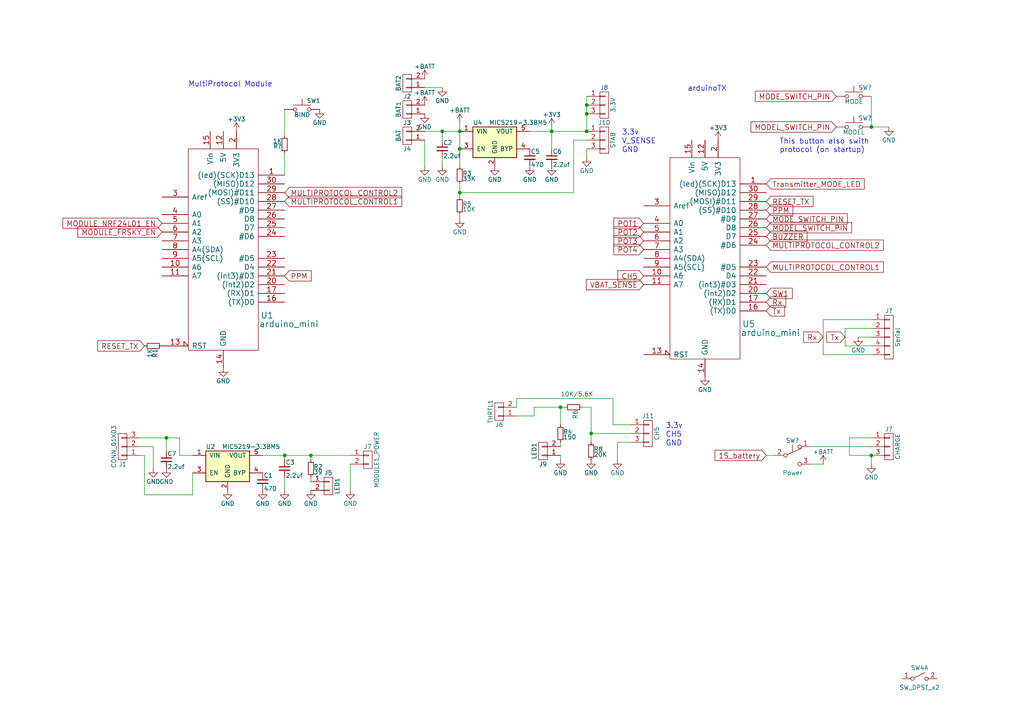
<source format=kicad_sch>
(kicad_sch (version 20230121) (generator eeschema)
  (paper "A4")
  (lib_symbols
    (symbol "MiniTx_Er9XR_PRO-rescue:+3V3" (power) (pin_names (offset 0))
      (property "Value" "+3V3" (at 0 3.556 0))
      (symbol "+3V3_0_1"
        (polyline (pts (xy -0.762 1.27) (xy 0 2.54)))
        (polyline (pts (xy 0 0) (xy 0 2.54)))
        (polyline (pts (xy 0 2.54) (xy 0.762 1.27)))
      )
      (symbol "+3V3_1_1"
        (pin power_in line (at 0 0 90) (length 0) hide (name "+3V3") (number "1"))
      )
    )
    (symbol "MiniTx_Er9XR_PRO-rescue:+BATT" (power) (pin_names (offset 0))
      (property "Value" "+BATT" (at 0 3.556 0))
      (symbol "+BATT_0_1"
        (polyline (pts (xy -0.762 1.27) (xy 0 2.54)))
        (polyline (pts (xy 0 0) (xy 0 2.54)))
        (polyline (pts (xy 0 2.54) (xy 0.762 1.27)))
      )
      (symbol "+BATT_1_1"
        (pin power_in line (at 0 0 90) (length 0) hide (name "+BATT") (number "1"))
      )
    )
    (symbol "MiniTx_Er9XR_PRO-rescue:CONN_01X02" (pin_names (offset 1.016) hide)
      (property "Reference" "J" (at 0 3.81 0))
      (property "Value" "CONN_01X02" (at 2.54 0 90))
      (symbol "CONN_01X02_0_1"
        (rectangle (start -1.27 -1.143) (end 0.254 -1.397))
        (rectangle (start -1.27 1.397) (end 0.254 1.143))
        (rectangle (start -1.27 2.54) (end 1.27 -2.54))
      )
      (symbol "CONN_01X02_1_1"
        (pin passive line (at -5.08 1.27 0) (length 3.81) (name "P1") (number "1"))
        (pin passive line (at -5.08 -1.27 0) (length 3.81) (name "P2") (number "2"))
      )
    )
    (symbol "MiniTx_Er9XR_PRO-rescue:CONN_01X03" (pin_names (offset 1.016) hide)
      (property "Reference" "J" (at 0 5.08 0))
      (property "Value" "CONN_01X03" (at 2.54 0 90))
      (symbol "CONN_01X03_0_1"
        (rectangle (start -1.27 -2.413) (end 0.254 -2.667))
        (rectangle (start -1.27 0.127) (end 0.254 -0.127))
        (rectangle (start -1.27 2.667) (end 0.254 2.413))
        (rectangle (start -1.27 3.81) (end 1.27 -3.81))
      )
      (symbol "CONN_01X03_1_1"
        (pin passive line (at -5.08 2.54 0) (length 3.81) (name "P1") (number "1"))
        (pin passive line (at -5.08 0 0) (length 3.81) (name "P2") (number "2"))
        (pin passive line (at -5.08 -2.54 0) (length 3.81) (name "P3") (number "3"))
      )
    )
    (symbol "MiniTx_Er9XR_PRO-rescue:CONN_01X05" (pin_names (offset 1.016) hide)
      (property "Reference" "J" (at 0 7.62 0))
      (property "Value" "CONN_01X05" (at 2.54 0 90))
      (symbol "CONN_01X05_0_1"
        (rectangle (start -1.27 -4.953) (end 0.254 -5.207))
        (rectangle (start -1.27 -2.413) (end 0.254 -2.667))
        (rectangle (start -1.27 0.127) (end 0.254 -0.127))
        (rectangle (start -1.27 2.667) (end 0.254 2.413))
        (rectangle (start -1.27 5.207) (end 0.254 4.953))
        (rectangle (start -1.27 6.35) (end 1.27 -6.35))
      )
      (symbol "CONN_01X05_1_1"
        (pin passive line (at -5.08 5.08 0) (length 3.81) (name "P1") (number "1"))
        (pin passive line (at -5.08 2.54 0) (length 3.81) (name "P2") (number "2"))
        (pin passive line (at -5.08 0 0) (length 3.81) (name "P3") (number "3"))
        (pin passive line (at -5.08 -2.54 0) (length 3.81) (name "P4") (number "4"))
        (pin passive line (at -5.08 -5.08 0) (length 3.81) (name "P5") (number "5"))
      )
    )
    (symbol "MiniTx_Er9XR_PRO-rescue:C_Small" (pin_numbers hide) (pin_names (offset 0.254) hide)
      (property "Reference" "C" (at 0.254 1.778 0))
      (property "Value" "C_Small" (at 0.254 -2.032 0))
      (symbol "C_Small_0_1"
        (polyline (pts (xy -1.524 -0.508) (xy 1.524 -0.508)) (stroke (width 0.3302)))
        (polyline (pts (xy -1.524 0.508) (xy 1.524 0.508)) (stroke (width 0.3048)))
      )
      (symbol "C_Small_1_1"
        (pin passive line (at 0 2.54 270) (length 2.032) (name "~") (number "1"))
        (pin passive line (at 0 -2.54 90) (length 2.032) (name "~") (number "2"))
      )
    )
    (symbol "MiniTx_Er9XR_PRO-rescue:GND" (power) (pin_names (offset 0))
      (property "Value" "GND" (at 0 -3.81 0))
      (symbol "GND_0_1"
        (polyline (pts (xy 0 0) (xy 0 -1.27) (xy 1.27 -1.27) (xy 0 -2.54) (xy -1.27 -1.27) (xy 0 -1.27)))
      )
      (symbol "GND_1_1"
        (pin power_in line (at 0 0 270) (length 0) hide (name "GND") (number "1"))
      )
    )
    (symbol "MiniTx_Er9XR_PRO-rescue:MIC5219-3.3BM5" (pin_names (offset 1.016))
      (property "Reference" "U" (at -6.35 5.08 0))
      (property "Value" "MIC5219-3.3BM5" (at 15.24 5.08 0))
      (symbol "MIC5219-3.3BM5_0_1"
        (rectangle (start -6.35 3.81) (end 6.35 -5.08) (stroke (width 0.254)) (fill (type background)))
      )
      (symbol "MIC5219-3.3BM5_1_1"
        (pin power_in line (at -10.16 2.54 0) (length 3.81) (name "VIN") (number "1"))
        (pin power_in line (at 0 -7.62 90) (length 2.54) (name "GND") (number "2"))
        (pin input line (at -10.16 -2.54 0) (length 3.81) (name "EN") (number "3"))
        (pin bidirectional line (at 10.16 -2.54 180) (length 3.81) (name "BYP") (number "4"))
        (pin power_out line (at 10.16 2.54 180) (length 3.81) (name "VOUT") (number "5"))
      )
    )
    (symbol "MiniTx_Er9XR_PRO-rescue:R_Small" (pin_numbers hide) (pin_names (offset 0.254) hide)
      (property "Reference" "R" (at 0.762 0.508 0))
      (property "Value" "R_Small" (at 0.762 -1.016 0))
      (symbol "R_Small_0_1"
        (rectangle (start -0.762 1.778) (end 0.762 -1.778) (stroke (width 0.2032)))
      )
      (symbol "R_Small_1_1"
        (pin passive line (at 0 2.54 270) (length 0.762) (name "~") (number "1"))
        (pin passive line (at 0 -2.54 90) (length 0.762) (name "~") (number "2"))
      )
    )
    (symbol "Switches:SW_DPST_x2" (pin_names (offset 0) hide)
      (property "Reference" "SW" (at 0 3.175 0))
      (property "Value" "SW_DPST_x2" (at 0 -2.54 0))
      (symbol "SW_DPST_x2_0_0"
        (circle (center -2.032 0) (radius 0.508))
        (polyline (pts (xy -1.524 0.254) (xy 1.524 1.778)))
        (circle (center 2.032 0) (radius 0.508))
      )
      (symbol "SW_DPST_x2_1_1"
        (pin input line (at -5.08 0 0) (length 2.54) (name "A") (number "1"))
        (pin input line (at 5.08 0 180) (length 2.54) (name "B") (number "2"))
      )
      (symbol "SW_DPST_x2_2_1"
        (pin input line (at -5.08 0 0) (length 2.54) (name "A") (number "3"))
        (pin input line (at 5.08 0 180) (length 2.54) (name "B") (number "4"))
      )
    )
    (symbol "Switches:SW_Push" (pin_numbers hide) (pin_names (offset 1.016) hide)
      (property "Reference" "SW" (at 1.27 2.54 0))
      (property "Value" "SW_Push" (at 0 -1.524 0))
      (symbol "SW_Push_0_1"
        (circle (center -2.032 0) (radius 0.508))
        (polyline (pts (xy 0 1.27) (xy 0 3.048)))
        (polyline (pts (xy 2.54 1.27) (xy -2.54 1.27)))
        (circle (center 2.032 0) (radius 0.508))
        (pin passive line (at -5.08 0 0) (length 2.54) (name "1") (number "1"))
        (pin passive line (at 5.08 0 180) (length 2.54) (name "2") (number "2"))
      )
    )
    (symbol "Switches:SW_Push_SPDT" (pin_names (offset 0) hide)
      (property "Reference" "SW" (at 0 4.318 0))
      (property "Value" "SW_Push_SPDT" (at 0 -5.08 0))
      (symbol "SW_Push_SPDT_0_0"
        (circle (center -2.032 0) (radius 0.508))
        (polyline (pts (xy 0 1.016) (xy 0 3.048)))
        (circle (center 2.032 -2.54) (radius 0.508))
      )
      (symbol "SW_Push_SPDT_0_1"
        (polyline (pts (xy -1.524 0.254) (xy 2.54 2.032)))
        (circle (center 2.032 2.54) (radius 0.508))
      )
      (symbol "SW_Push_SPDT_1_1"
        (pin passive line (at 5.08 2.54 180) (length 2.54) (name "A") (number "1"))
        (pin passive line (at -5.08 0 0) (length 2.54) (name "B") (number "2"))
        (pin passive line (at 5.08 -2.54 180) (length 2.54) (name "C") (number "3"))
      )
    )
    (symbol "atmega328:arduino_mini" (pin_names (offset 1.016))
      (property "Reference" "U" (at 12.7 -24.13 0))
      (property "Value" "arduino_mini" (at 19.05 -26.67 0))
      (property "Footprint" "DIL20" (at 0 -1.27 0))
      (symbol "arduino_mini_0_0"
        (pin power_in line (at 0 -39.37 90) (length 5.08) (name "GND") (number "14"))
        (pin power_in line (at -3.81 29.21 270) (length 5.08) (name "Vin") (number "15"))
      )
      (symbol "arduino_mini_0_1"
        (rectangle (start -10.16 24.13) (end 10.16 -34.29))
      )
      (symbol "arduino_mini_1_1"
        (pin input line (at 17.78 16.51 180) (length 7.62) (name "(led)(SCK)D13") (number "1"))
        (pin bidirectional line (at -17.78 -10.16 0) (length 7.62) (name "A6") (number "10"))
        (pin bidirectional line (at -17.78 -12.7 0) (length 7.62) (name "A7") (number "11"))
        (pin power_out line (at 0 29.21 270) (length 5.08) (name "5V") (number "12"))
        (pin input input_low (at -17.78 -33.02 0) (length 7.62) (name "RST") (number "13"))
        (pin bidirectional line (at 17.78 -20.32 180) (length 7.62) (name "(TX)D0") (number "16"))
        (pin bidirectional line (at 17.78 -17.78 180) (length 7.62) (name "(RX)D1") (number "17"))
        (pin input input_low (at -17.78 -30.48 0) (length 7.62) hide (name "RST") (number "18"))
        (pin power_in line (at 2.54 -39.37 90) (length 5.08) hide (name "GND") (number "19"))
        (pin power_out line (at 3.81 29.21 270) (length 5.08) (name "3V3") (number "2"))
        (pin bidirectional line (at 17.78 -15.24 180) (length 7.62) (name "(int2)D2") (number "20"))
        (pin bidirectional line (at 17.78 -12.7 180) (length 7.62) (name "(int3)#D3") (number "21"))
        (pin bidirectional line (at 17.78 -10.16 180) (length 7.62) (name "D4") (number "22"))
        (pin bidirectional line (at 17.78 -7.62 180) (length 7.62) (name "#D5") (number "23"))
        (pin bidirectional line (at 17.78 -1.27 180) (length 7.62) (name "#D6") (number "24"))
        (pin bidirectional line (at 17.78 1.27 180) (length 7.62) (name "D7") (number "25"))
        (pin bidirectional line (at 17.78 3.81 180) (length 7.62) (name "D8") (number "26"))
        (pin bidirectional line (at 17.78 6.35 180) (length 7.62) (name "#D9") (number "27"))
        (pin bidirectional line (at 17.78 8.89 180) (length 7.62) (name "(SS)#D10") (number "28"))
        (pin bidirectional line (at 17.78 11.43 180) (length 7.62) (name "(MOSI)#D11") (number "29"))
        (pin input line (at -17.78 10.16 0) (length 7.62) (name "Aref") (number "3"))
        (pin bidirectional line (at 17.78 13.97 180) (length 7.62) (name "(MISO)D12") (number "30"))
        (pin bidirectional line (at -17.78 5.08 0) (length 7.62) (name "A0") (number "4"))
        (pin bidirectional line (at -17.78 2.54 0) (length 7.62) (name "A1") (number "5"))
        (pin bidirectional line (at -17.78 0 0) (length 7.62) (name "A2") (number "6"))
        (pin bidirectional line (at -17.78 -2.54 0) (length 7.62) (name "A3") (number "7"))
        (pin bidirectional line (at -17.78 -5.08 0) (length 7.62) (name "A4(SDA)") (number "8"))
        (pin bidirectional line (at -17.78 -7.62 0) (length 7.62) (name "A5(SCL)") (number "9"))
      )
    )
  )
  (junction (at 128.27 38.1))
  (junction (at 90.17 132.08))
  (junction (at 252.73 36.83))
  (junction (at 48.26 127))
  (junction (at 252.73 132.08))
  (junction (at 133.35 38.1))
  (junction (at 82.55 132.08))
  (junction (at 170.18 30.48))
  (junction (at 133.35 55.88))
  (junction (at 160.02 38.1))
  (junction (at 171.45 125.73))
  (junction (at 170.18 33.02))
  (junction (at 133.35 43.18))
  (junction (at 170.18 38.1))
  (junction (at 162.56 118.11))
  (wire (pts (xy 44.45 129.54) (xy 40.64 129.54)))
  (wire (pts (xy 40.64 132.08) (xy 41.91 132.08)))
  (wire (pts (xy 154.94 118.11) (xy 162.56 118.11)))
  (wire (pts (xy 252.73 127) (xy 246.38 127)))
  (wire (pts (xy 179.07 128.27) (xy 179.07 133.35)))
  (wire (pts (xy 128.27 38.1) (xy 133.35 38.1)))
  (wire (pts (xy 170.18 40.64) (xy 166.37 40.64)))
  (wire (pts (xy 246.38 127) (xy 246.38 132.08)))
  (wire (pts (xy 222.25 132.08) (xy 224.79 132.08)))
  (wire (pts (xy 82.55 133.35) (xy 82.55 132.08)))
  (wire (pts (xy 101.6 134.62) (xy 101.6 142.24)))
  (wire (pts (xy 238.76 102.87) (xy 252.73 102.87)))
  (wire (pts (xy 133.35 38.1) (xy 133.35 43.18)))
  (wire (pts (xy 48.26 127) (xy 52.07 127)))
  (wire (pts (xy 170.18 38.1) (xy 160.02 38.1)))
  (wire (pts (xy 52.07 132.08) (xy 55.88 132.08)))
  (wire (pts (xy 252.73 36.83) (xy 257.81 36.83)))
  (wire (pts (xy 82.55 44.45) (xy 82.55 50.8)))
  (wire (pts (xy 55.88 143.51) (xy 55.88 137.16)))
  (wire (pts (xy 123.19 38.1) (xy 128.27 38.1)))
  (wire (pts (xy 166.37 40.64) (xy 166.37 55.88)))
  (wire (pts (xy 133.35 35.56) (xy 133.35 38.1)))
  (wire (pts (xy 44.45 129.54) (xy 44.45 135.89)))
  (wire (pts (xy 133.35 43.18) (xy 133.35 48.26)))
  (wire (pts (xy 252.73 27.94) (xy 252.73 36.83)))
  (wire (pts (xy 41.91 143.51) (xy 55.88 143.51)))
  (wire (pts (xy 128.27 38.1) (xy 128.27 40.64)))
  (wire (pts (xy 82.55 142.24) (xy 82.55 138.43)))
  (wire (pts (xy 160.02 36.83) (xy 160.02 38.1)))
  (wire (pts (xy 90.17 133.35) (xy 90.17 132.08)))
  (wire (pts (xy 160.02 38.1) (xy 160.02 43.18)))
  (wire (pts (xy 171.45 125.73) (xy 171.45 128.27)))
  (wire (pts (xy 170.18 33.02) (xy 170.18 38.1)))
  (wire (pts (xy 162.56 118.11) (xy 163.83 118.11)))
  (wire (pts (xy 40.64 127) (xy 48.26 127)))
  (wire (pts (xy 128.27 25.4) (xy 123.19 25.4)))
  (wire (pts (xy 82.55 132.08) (xy 90.17 132.08)))
  (wire (pts (xy 162.56 118.11) (xy 162.56 123.19)))
  (wire (pts (xy 48.26 130.81) (xy 48.26 127)))
  (wire (pts (xy 166.37 55.88) (xy 133.35 55.88)))
  (wire (pts (xy 162.56 133.35) (xy 162.56 132.08)))
  (wire (pts (xy 149.86 120.65) (xy 154.94 120.65)))
  (wire (pts (xy 149.86 115.57) (xy 177.8 115.57)))
  (wire (pts (xy 154.94 120.65) (xy 154.94 118.11)))
  (wire (pts (xy 123.19 40.64) (xy 123.19 48.26)))
  (wire (pts (xy 171.45 125.73) (xy 182.88 125.73)))
  (wire (pts (xy 160.02 38.1) (xy 153.67 38.1)))
  (wire (pts (xy 177.8 115.57) (xy 177.8 123.19)))
  (wire (pts (xy 252.73 132.08) (xy 252.73 134.62)))
  (wire (pts (xy 170.18 30.48) (xy 170.18 33.02)))
  (wire (pts (xy 238.76 92.71) (xy 252.73 92.71)))
  (wire (pts (xy 252.73 97.79) (xy 248.92 97.79)))
  (wire (pts (xy 76.2 132.08) (xy 82.55 132.08)))
  (wire (pts (xy 170.18 43.18) (xy 170.18 45.72)))
  (wire (pts (xy 90.17 132.08) (xy 101.6 132.08)))
  (wire (pts (xy 133.35 63.5) (xy 133.35 62.23)))
  (wire (pts (xy 177.8 123.19) (xy 182.88 123.19)))
  (wire (pts (xy 170.18 27.94) (xy 170.18 30.48)))
  (wire (pts (xy 133.35 53.34) (xy 133.35 55.88)))
  (wire (pts (xy 41.91 132.08) (xy 41.91 143.51)))
  (wire (pts (xy 182.88 128.27) (xy 179.07 128.27)))
  (wire (pts (xy 133.35 55.88) (xy 133.35 57.15)))
  (wire (pts (xy 52.07 127) (xy 52.07 132.08)))
  (wire (pts (xy 234.95 134.62) (xy 238.76 134.62)))
  (wire (pts (xy 82.55 39.37) (xy 82.55 31.75)))
  (wire (pts (xy 234.95 129.54) (xy 252.73 129.54)))
  (wire (pts (xy 245.11 100.33) (xy 252.73 100.33)))
  (wire (pts (xy 238.76 92.71) (xy 238.76 102.87)))
  (wire (pts (xy 171.45 118.11) (xy 171.45 125.73)))
  (wire (pts (xy 246.38 132.08) (xy 252.73 132.08)))
  (wire (pts (xy 252.73 95.25) (xy 245.11 95.25)))
  (wire (pts (xy 128.27 45.72) (xy 128.27 48.26)))
  (wire (pts (xy 245.11 95.25) (xy 245.11 100.33)))
  (wire (pts (xy 162.56 129.54) (xy 162.56 128.27)))
  (wire (pts (xy 168.91 118.11) (xy 171.45 118.11)))
  (wire (pts (xy 149.86 115.57) (xy 149.86 118.11)))
  (wire (pts (xy 90.17 139.7) (xy 90.17 138.43)))
  (text "MultiProtocol Module" (at 54.61 25.4 0) (effects (font (size 1.524 1.524)) (justify left bottom)))
  (text "CH5" (at 193.04 127 0) (effects (font (size 1.524 1.524)) (justify left bottom)))
  (text "3.3v" (at 193.04 124.46 0) (effects (font (size 1.524 1.524)) (justify left bottom)))
  (text "This button also swith \nprotocol (on startup)" (at 226.06 44.45 0) (effects (font (size 1.524 1.524)) (justify left bottom)))
  (text "GND" (at 180.34 44.45 0) (effects (font (size 1.524 1.524)) (justify left bottom)))
  (text "V_SENSE" (at 180.34 41.91 0) (effects (font (size 1.524 1.524)) (justify left bottom)))
  (text "3.3v" (at 180.34 39.37 0) (effects (font (size 1.524 1.524)) (justify left bottom)))
  (text "GND" (at 193.04 129.54 0) (effects (font (size 1.524 1.524)) (justify left bottom)))
  (text "arduinoTX\n" (at 199.39 26.67 0) (effects (font (size 1.524 1.524)) (justify left bottom)))
  (global_label "Rx" (shape input) (at 238.76 97.79 180) (effects (font (size 1.524 1.524))) (property "Intersheetrefs" "${INTERSHEET_REFS}" (effects hide)))
  (global_label "1S_battery" (shape input) (at 222.25 132.08 180) (effects (font (size 1.524 1.524))) (property "Intersheetrefs" "${INTERSHEET_REFS}" (effects hide)))
  (global_label "Tx" (shape input) (at 245.11 97.79 180) (effects (font (size 1.524 1.524))) (property "Intersheetrefs" "${INTERSHEET_REFS}" (effects hide)))
  (global_label "MODE_SWITCH_PIN" (shape input) (at 242.57 27.94 180) (effects (font (size 1.524 1.524))) (property "Intersheetrefs" "${INTERSHEET_REFS}" (effects hide)))
  (global_label "BUZZER" (shape input) (at 222.25 68.58 0) (effects (font (size 1.524 1.524))) (property "Intersheetrefs" "${INTERSHEET_REFS}" (effects hide)))
  (global_label "MODULE_FRSKY_EN" (shape input) (at 46.99 67.31 180) (effects (font (size 1.524 1.524))) (property "Intersheetrefs" "${INTERSHEET_REFS}" (effects hide)))
  (global_label "CH5" (shape input) (at 186.69 80.01 180) (effects (font (size 1.524 1.524))) (property "Intersheetrefs" "${INTERSHEET_REFS}" (effects hide)))
  (global_label "MULTIPROTOCOL_CONTROL1" (shape input) (at 82.55 58.42 0) (effects (font (size 1.524 1.524))) (property "Intersheetrefs" "${INTERSHEET_REFS}" (effects hide)))
  (global_label "MULTIPROTOCOL_CONTROL1" (shape input) (at 222.25 77.47 0) (effects (font (size 1.524 1.524))) (property "Intersheetrefs" "${INTERSHEET_REFS}" (effects hide)))
  (global_label "RESET_TX" (shape input) (at 41.91 100.33 180) (effects (font (size 1.524 1.524))) (property "Intersheetrefs" "${INTERSHEET_REFS}" (effects hide)))
  (global_label "MULTIPROTOCOL_CONTROL2" (shape input) (at 222.25 71.12 0) (effects (font (size 1.524 1.524))) (property "Intersheetrefs" "${INTERSHEET_REFS}" (effects hide)))
  (global_label "MODE_SWITCH_PIN" (shape input) (at 222.25 63.5 0) (effects (font (size 1.524 1.524))) (property "Intersheetrefs" "${INTERSHEET_REFS}" (effects hide)))
  (global_label "MULTIPROTOCOL_CONTROL2" (shape input) (at 82.55 55.88 0) (effects (font (size 1.524 1.524))) (property "Intersheetrefs" "${INTERSHEET_REFS}" (effects hide)))
  (global_label "POT2" (shape input) (at 186.69 67.31 180) (effects (font (size 1.524 1.524))) (property "Intersheetrefs" "${INTERSHEET_REFS}" (effects hide)))
  (global_label "MODEL_SWITCH_PIN" (shape input) (at 242.57 36.83 180) (effects (font (size 1.524 1.524))) (property "Intersheetrefs" "${INTERSHEET_REFS}" (effects hide)))
  (global_label "POT3" (shape input) (at 186.69 69.85 180) (effects (font (size 1.524 1.524))) (property "Intersheetrefs" "${INTERSHEET_REFS}" (effects hide)))
  (global_label "POT1" (shape input) (at 186.69 64.77 180) (effects (font (size 1.524 1.524))) (property "Intersheetrefs" "${INTERSHEET_REFS}" (effects hide)))
  (global_label "MODULE_NRF24L01_EN" (shape input) (at 46.99 64.77 180) (effects (font (size 1.524 1.524))) (property "Intersheetrefs" "${INTERSHEET_REFS}" (effects hide)))
  (global_label "RESET_TX" (shape input) (at 222.25 58.42 0) (effects (font (size 1.524 1.524))) (property "Intersheetrefs" "${INTERSHEET_REFS}" (effects hide)))
  (global_label "PPM" (shape input) (at 82.55 80.01 0) (effects (font (size 1.524 1.524))) (property "Intersheetrefs" "${INTERSHEET_REFS}" (effects hide)))
  (global_label "Tx" (shape input) (at 222.25 90.17 0) (effects (font (size 1.524 1.524))) (property "Intersheetrefs" "${INTERSHEET_REFS}" (effects hide)))
  (global_label "PPM" (shape input) (at 222.25 60.96 0) (effects (font (size 1.524 1.524))) (property "Intersheetrefs" "${INTERSHEET_REFS}" (effects hide)))
  (global_label "POT4" (shape input) (at 186.69 72.39 180) (effects (font (size 1.524 1.524))) (property "Intersheetrefs" "${INTERSHEET_REFS}" (effects hide)))
  (global_label "SW1" (shape input) (at 222.25 85.09 0) (effects (font (size 1.524 1.524))) (property "Intersheetrefs" "${INTERSHEET_REFS}" (effects hide)))
  (global_label "VBAT_SENSE" (shape input) (at 186.69 82.55 180) (effects (font (size 1.524 1.524))) (property "Intersheetrefs" "${INTERSHEET_REFS}" (effects hide)))
  (global_label "MODEL_SWITCH_PIN" (shape input) (at 222.25 66.04 0) (effects (font (size 1.524 1.524))) (property "Intersheetrefs" "${INTERSHEET_REFS}" (effects hide)))
  (global_label "Transmitter_MODE_LED" (shape input) (at 222.25 53.34 0) (effects (font (size 1.524 1.524))) (property "Intersheetrefs" "${INTERSHEET_REFS}" (effects hide)))
  (global_label "Rx" (shape input) (at 222.25 87.63 0) (effects (font (size 1.524 1.524))) (property "Intersheetrefs" "${INTERSHEET_REFS}" (effects hide)))
  (symbol (lib_id "atmega328:arduino_mini") (at 64.77 67.31 0) (unit 1)
    (property "Reference" "U1" (at 77.47 91.44 0) (effects (font (size 1.778 1.778))))
    (property "Value" "arduino_mini" (at 83.82 93.98 0) (effects (font (size 1.778 1.778))))
  )
  (symbol (lib_id "atmega328:arduino_mini") (at 204.47 69.85 0) (unit 1)
    (property "Reference" "U5" (at 217.17 93.98 0) (effects (font (size 1.778 1.778))))
    (property "Value" "arduino_mini" (at 223.52 96.52 0) (effects (font (size 1.778 1.778))))
  )
  (symbol (lib_id "MiniTx_Er9XR_PRO-rescue:+3V3") (at 160.02 36.83 0) (unit 1)
    (property "Reference" "#PWR01" (effects hide))
    (property "Value" "+3V3" (at 160.02 33.274 0))
  )
  (symbol (lib_id "Switches:SW_DPST_x2") (at 266.7 196.85 0) (unit 1)
    (property "Reference" "SW4" (at 266.7 193.675 0))
    (property "Value" "SW_DPST_x2" (at 266.7 199.39 0))
  )
  (symbol (lib_id "MiniTx_Er9XR_PRO-rescue:R_Small") (at 171.45 130.81 0) (unit 1)
    (property "Reference" "R8" (at 172.212 130.302 0) (effects (justify left)))
    (property "Value" "20K" (at 172.212 131.826 0) (effects (justify left)))
    (property "Footprint" "Resistors_SMD:R_0603_HandSoldering" (effects hide))
  )
  (symbol (lib_id "MiniTx_Er9XR_PRO-rescue:GND") (at 171.45 133.35 0) (unit 1)
    (property "Reference" "#PWR02" (effects hide))
    (property "Value" "GND" (at 171.45 137.16 0))
  )
  (symbol (lib_id "MiniTx_Er9XR_PRO-rescue:R_Small") (at 166.37 118.11 270) (unit 1)
    (property "Reference" "R6" (at 166.878 118.872 0) (effects (justify left)))
    (property "Value" "10K/5.6K" (at 162.56 114.3 90) (effects (justify left)))
    (property "Footprint" "Resistors_SMD:R_0603_HandSoldering" (effects hide))
  )
  (symbol (lib_id "MiniTx_Er9XR_PRO-rescue:GND") (at 66.04 142.24 0) (unit 1)
    (property "Reference" "#PWR03" (effects hide))
    (property "Value" "GND" (at 66.04 146.05 0))
  )
  (symbol (lib_id "MiniTx_Er9XR_PRO-rescue:GND") (at 90.17 142.24 0) (unit 1)
    (property "Reference" "#PWR04" (effects hide))
    (property "Value" "GND" (at 90.17 146.05 0))
  )
  (symbol (lib_id "MiniTx_Er9XR_PRO-rescue:R_Small") (at 90.17 135.89 0) (unit 1)
    (property "Reference" "R2" (at 90.932 135.382 0) (effects (justify left)))
    (property "Value" "39" (at 90.932 136.906 0) (effects (justify left)))
    (property "Footprint" "Resistors_SMD:R_0603_HandSoldering" (effects hide))
  )
  (symbol (lib_id "MiniTx_Er9XR_PRO-rescue:GND") (at 64.77 106.68 0) (unit 1)
    (property "Reference" "#PWR05" (effects hide))
    (property "Value" "GND" (at 64.77 110.49 0))
  )
  (symbol (lib_id "MiniTx_Er9XR_PRO-rescue:GND") (at 204.47 109.22 0) (unit 1)
    (property "Reference" "#PWR06" (effects hide))
    (property "Value" "GND" (at 204.47 113.03 0))
  )
  (symbol (lib_id "MiniTx_Er9XR_PRO-rescue:+3V3") (at 208.28 40.64 0) (unit 1)
    (property "Reference" "#PWR07" (effects hide))
    (property "Value" "+3V3" (at 208.28 37.084 0))
  )
  (symbol (lib_id "MiniTx_Er9XR_PRO-rescue:+3V3") (at 68.58 38.1 0) (unit 1)
    (property "Reference" "#PWR08" (effects hide))
    (property "Value" "+3V3" (at 68.58 34.544 0))
  )
  (symbol (lib_id "Switches:SW_Push") (at 87.63 31.75 0) (unit 1)
    (property "Reference" "SW1" (at 88.9 29.21 0) (effects (justify left)))
    (property "Value" "BIND" (at 87.63 33.274 0))
  )
  (symbol (lib_id "MiniTx_Er9XR_PRO-rescue:GND") (at 92.71 31.75 0) (unit 1)
    (property "Reference" "#PWR09" (effects hide))
    (property "Value" "GND" (at 92.71 35.56 0))
  )
  (symbol (lib_id "MiniTx_Er9XR_PRO-rescue:R_Small") (at 44.45 100.33 270) (unit 1)
    (property "Reference" "R1" (at 44.958 101.092 0) (effects (justify left)))
    (property "Value" "1K" (at 43.434 101.092 0) (effects (justify left)))
  )
  (symbol (lib_id "MiniTx_Er9XR_PRO-rescue:MIC5219-3.3BM5") (at 66.04 134.62 0) (unit 1)
    (property "Reference" "U2" (at 59.69 129.54 0) (effects (justify left)))
    (property "Value" "MIC5219-3.3BM5" (at 81.28 129.54 0) (effects (justify right)))
    (property "Footprint" "TO_SOT_Packages_SMD:SOT-23-5" (effects hide))
  )
  (symbol (lib_id "MiniTx_Er9XR_PRO-rescue:C_Small") (at 76.2 139.7 0) (unit 1)
    (property "Reference" "C1" (at 76.454 137.922 0) (effects (justify left)))
    (property "Value" "470" (at 76.454 141.732 0) (effects (justify left)))
    (property "Footprint" "Capacitors_SMD:C_0603_HandSoldering" (effects hide))
  )
  (symbol (lib_id "MiniTx_Er9XR_PRO-rescue:GND") (at 76.2 142.24 0) (unit 1)
    (property "Reference" "#PWR010" (effects hide))
    (property "Value" "GND" (at 76.2 146.05 0))
  )
  (symbol (lib_id "MiniTx_Er9XR_PRO-rescue:C_Small") (at 82.55 135.89 0) (unit 1)
    (property "Reference" "C3" (at 82.804 134.112 0) (effects (justify left)))
    (property "Value" "2.2uf" (at 82.804 137.922 0) (effects (justify left)))
    (property "Footprint" "Capacitors_SMD:C_0603_HandSoldering" (effects hide))
  )
  (symbol (lib_id "MiniTx_Er9XR_PRO-rescue:GND") (at 82.55 142.24 0) (unit 1)
    (property "Reference" "#PWR011" (effects hide))
    (property "Value" "GND" (at 82.55 146.05 0))
  )
  (symbol (lib_id "MiniTx_Er9XR_PRO-rescue:GND") (at 143.51 48.26 0) (unit 1)
    (property "Reference" "#PWR012" (effects hide))
    (property "Value" "GND" (at 143.51 52.07 0))
  )
  (symbol (lib_id "MiniTx_Er9XR_PRO-rescue:MIC5219-3.3BM5") (at 143.51 40.64 0) (unit 1)
    (property "Reference" "U4" (at 137.16 35.56 0) (effects (justify left)))
    (property "Value" "MIC5219-3.3BM5" (at 158.75 35.56 0) (effects (justify right)))
    (property "Footprint" "TO_SOT_Packages_SMD:SOT-23-5" (effects hide))
  )
  (symbol (lib_id "MiniTx_Er9XR_PRO-rescue:+BATT") (at 133.35 35.56 0) (unit 1)
    (property "Reference" "#PWR013" (effects hide))
    (property "Value" "+BATT" (at 133.35 32.004 0))
  )
  (symbol (lib_id "MiniTx_Er9XR_PRO-rescue:C_Small") (at 153.67 45.72 0) (unit 1)
    (property "Reference" "C5" (at 153.924 43.942 0) (effects (justify left)))
    (property "Value" "470" (at 153.924 47.752 0) (effects (justify left)))
    (property "Footprint" "Capacitors_SMD:C_0603_HandSoldering" (effects hide))
  )
  (symbol (lib_id "MiniTx_Er9XR_PRO-rescue:GND") (at 153.67 48.26 0) (unit 1)
    (property "Reference" "#PWR014" (effects hide))
    (property "Value" "GND" (at 153.67 52.07 0))
  )
  (symbol (lib_id "MiniTx_Er9XR_PRO-rescue:C_Small") (at 160.02 45.72 0) (unit 1)
    (property "Reference" "C6" (at 160.274 43.942 0) (effects (justify left)))
    (property "Value" "2.2uf" (at 160.274 47.752 0) (effects (justify left)))
    (property "Footprint" "Capacitors_SMD:C_0603_HandSoldering" (effects hide))
  )
  (symbol (lib_id "MiniTx_Er9XR_PRO-rescue:GND") (at 160.02 48.26 0) (unit 1)
    (property "Reference" "#PWR015" (effects hide))
    (property "Value" "GND" (at 160.02 52.07 0))
  )
  (symbol (lib_id "MiniTx_Er9XR_PRO-rescue:CONN_01X02") (at 95.25 140.97 0) (unit 1)
    (property "Reference" "J5" (at 95.25 137.16 0))
    (property "Value" "LED1" (at 97.79 140.97 90))
    (property "Footprint" "Connectors:PINHEAD1-2" (effects hide))
  )
  (symbol (lib_id "MiniTx_Er9XR_PRO-rescue:CONN_01X02") (at 157.48 130.81 180) (unit 1)
    (property "Reference" "J9" (at 157.48 134.62 0))
    (property "Value" "LED1" (at 154.94 130.81 90))
    (property "Footprint" "Connectors:PINHEAD1-2" (effects hide))
  )
  (symbol (lib_id "MiniTx_Er9XR_PRO-rescue:R_Small") (at 162.56 125.73 0) (unit 1)
    (property "Reference" "R4" (at 163.322 125.222 0) (effects (justify left)))
    (property "Value" "150" (at 163.322 126.746 0) (effects (justify left)))
    (property "Footprint" "Resistors_SMD:R_0603_HandSoldering" (effects hide))
  )
  (symbol (lib_id "MiniTx_Er9XR_PRO-rescue:GND") (at 162.56 133.35 0) (unit 1)
    (property "Reference" "#PWR016" (effects hide))
    (property "Value" "GND" (at 162.56 137.16 0))
  )
  (symbol (lib_id "MiniTx_Er9XR_PRO-rescue:CONN_01X02") (at 106.68 133.35 0) (unit 1)
    (property "Reference" "J7" (at 106.68 129.54 0))
    (property "Value" "MODULE1_POWER" (at 109.22 133.35 90))
    (property "Footprint" "Connectors:PINHEAD1-2" (effects hide))
  )
  (symbol (lib_id "MiniTx_Er9XR_PRO-rescue:GND") (at 101.6 142.24 0) (unit 1)
    (property "Reference" "#PWR017" (effects hide))
    (property "Value" "GND" (at 101.6 146.05 0))
  )
  (symbol (lib_id "MiniTx_Er9XR_PRO-rescue:GND") (at 44.45 135.89 0) (unit 1)
    (property "Reference" "#PWR018" (effects hide))
    (property "Value" "GND" (at 44.45 139.7 0))
  )
  (symbol (lib_id "MiniTx_Er9XR_PRO-rescue:C_Small") (at 48.26 133.35 0) (unit 1)
    (property "Reference" "C7" (at 48.514 131.572 0) (effects (justify left)))
    (property "Value" "2.2uf" (at 48.514 135.382 0) (effects (justify left)))
    (property "Footprint" "Capacitors_SMD:C_0603_HandSoldering" (effects hide))
  )
  (symbol (lib_id "MiniTx_Er9XR_PRO-rescue:GND") (at 48.26 135.89 0) (unit 1)
    (property "Reference" "#PWR019" (effects hide))
    (property "Value" "GND" (at 48.26 139.7 0))
  )
  (symbol (lib_id "MiniTx_Er9XR_PRO-rescue:CONN_01X03") (at 35.56 129.54 180) (unit 1)
    (property "Reference" "J1" (at 35.56 134.62 0))
    (property "Value" "CONN_01X03" (at 33.02 129.54 90))
    (property "Footprint" "Connectors:PINHEAD1-3" (effects hide))
  )
  (symbol (lib_id "MiniTx_Er9XR_PRO-rescue:CONN_01X02") (at 144.78 119.38 180) (unit 1)
    (property "Reference" "J6" (at 144.78 123.19 0))
    (property "Value" "THRTL1" (at 142.24 119.38 90))
    (property "Footprint" "Connectors:PINHEAD1-2" (effects hide))
  )
  (symbol (lib_id "Switches:SW_Push") (at 247.65 27.94 0) (unit 1)
    (property "Reference" "SW?" (at 248.92 25.4 0) (effects (justify left)))
    (property "Value" "MODE" (at 247.65 29.464 0))
  )
  (symbol (lib_id "Switches:SW_Push") (at 247.65 36.83 0) (unit 1)
    (property "Reference" "SW?" (at 248.92 34.29 0) (effects (justify left)))
    (property "Value" "MODEL" (at 247.65 38.354 0))
  )
  (symbol (lib_id "MiniTx_Er9XR_PRO-rescue:GND") (at 257.81 36.83 0) (unit 1)
    (property "Reference" "#PWR?" (effects hide))
    (property "Value" "GND" (at 257.81 40.64 0))
  )
  (symbol (lib_id "MiniTx_Er9XR_PRO-rescue:GND") (at 179.07 133.35 0) (unit 1)
    (property "Reference" "#PWR020" (effects hide))
    (property "Value" "GND" (at 179.07 137.16 0))
  )
  (symbol (lib_id "MiniTx_Er9XR_PRO-rescue:CONN_01X03") (at 187.96 125.73 0) (unit 1)
    (property "Reference" "J11" (at 187.96 120.65 0))
    (property "Value" "CH5" (at 190.5 125.73 90))
    (property "Footprint" "Connectors:PINHEAD1-3" (effects hide))
  )
  (symbol (lib_id "MiniTx_Er9XR_PRO-rescue:R_Small") (at 133.35 50.8 0) (unit 1)
    (property "Reference" "R3" (at 134.112 50.292 0) (effects (justify left)))
    (property "Value" "33K" (at 134.112 51.816 0) (effects (justify left)))
    (property "Footprint" "Resistors_SMD:R_0603_HandSoldering" (effects hide))
  )
  (symbol (lib_id "MiniTx_Er9XR_PRO-rescue:R_Small") (at 133.35 59.69 0) (unit 1)
    (property "Reference" "R5" (at 134.112 59.182 0) (effects (justify left)))
    (property "Value" "10K" (at 134.112 60.706 0) (effects (justify left)))
    (property "Footprint" "Resistors_SMD:R_0603_HandSoldering" (effects hide))
  )
  (symbol (lib_id "MiniTx_Er9XR_PRO-rescue:GND") (at 133.35 63.5 0) (unit 1)
    (property "Reference" "#PWR021" (effects hide))
    (property "Value" "GND" (at 133.35 67.31 0))
  )
  (symbol (lib_id "MiniTx_Er9XR_PRO-rescue:C_Small") (at 128.27 43.18 0) (unit 1)
    (property "Reference" "C2" (at 128.524 41.402 0) (effects (justify left)))
    (property "Value" "2.2uf" (at 128.524 45.212 0) (effects (justify left)))
    (property "Footprint" "Capacitors_SMD:C_0603_HandSoldering" (effects hide))
  )
  (symbol (lib_id "MiniTx_Er9XR_PRO-rescue:GND") (at 128.27 48.26 0) (unit 1)
    (property "Reference" "#PWR022" (effects hide))
    (property "Value" "GND" (at 128.27 52.07 0))
  )
  (symbol (lib_id "MiniTx_Er9XR_PRO-rescue:CONN_01X02") (at 118.11 39.37 180) (unit 1)
    (property "Reference" "J4" (at 118.11 43.18 0))
    (property "Value" "BAT" (at 115.57 39.37 90))
    (property "Footprint" "Connectors:PINHEAD1-2" (effects hide))
  )
  (symbol (lib_id "MiniTx_Er9XR_PRO-rescue:GND") (at 123.19 48.26 0) (unit 1)
    (property "Reference" "#PWR023" (effects hide))
    (property "Value" "GND" (at 123.19 52.07 0))
  )
  (symbol (lib_id "MiniTx_Er9XR_PRO-rescue:CONN_01X03") (at 175.26 40.64 0) (unit 1)
    (property "Reference" "J10" (at 175.26 35.56 0))
    (property "Value" "STAB" (at 177.8 40.64 90))
    (property "Footprint" "Connectors:PINHEAD1-3" (effects hide))
  )
  (symbol (lib_id "MiniTx_Er9XR_PRO-rescue:GND") (at 170.18 45.72 0) (unit 1)
    (property "Reference" "#PWR024" (effects hide))
    (property "Value" "GND" (at 170.18 49.53 0))
  )
  (symbol (lib_id "MiniTx_Er9XR_PRO-rescue:CONN_01X03") (at 257.81 129.54 0) (unit 1)
    (property "Reference" "J?" (at 257.81 124.46 0))
    (property "Value" "CHARGE" (at 260.35 129.54 90))
  )
  (symbol (lib_id "MiniTx_Er9XR_PRO-rescue:CONN_01X03") (at 175.26 30.48 0) (unit 1)
    (property "Reference" "J8" (at 175.26 25.4 0))
    (property "Value" "3.3V" (at 177.8 30.48 90))
    (property "Footprint" "Connectors:PINHEAD1-3" (effects hide))
  )
  (symbol (lib_id "MiniTx_Er9XR_PRO-rescue:GND") (at 252.73 134.62 0) (unit 1)
    (property "Reference" "#PWR?" (effects hide))
    (property "Value" "GND" (at 252.73 138.43 0))
  )
  (symbol (lib_id "MiniTx_Er9XR_PRO-rescue:CONN_01X02") (at 118.11 31.75 180) (unit 1)
    (property "Reference" "J3" (at 118.11 35.56 0))
    (property "Value" "BAT1" (at 115.57 31.75 90))
    (property "Footprint" "Connectors:PINHEAD1-2" (effects hide))
  )
  (symbol (lib_id "MiniTx_Er9XR_PRO-rescue:CONN_01X02") (at 118.11 24.13 180) (unit 1)
    (property "Reference" "J2" (at 118.11 27.94 0))
    (property "Value" "BAT2" (at 115.57 24.13 90))
    (property "Footprint" "Connectors:PINHEAD1-2" (effects hide))
  )
  (symbol (lib_id "Switches:SW_Push_SPDT") (at 229.87 132.08 0) (unit 1)
    (property "Reference" "SW?" (at 229.87 127.762 0))
    (property "Value" "Power" (at 229.87 137.16 0))
  )
  (symbol (lib_id "MiniTx_Er9XR_PRO-rescue:+BATT") (at 123.19 22.86 0) (unit 1)
    (property "Reference" "#PWR025" (effects hide))
    (property "Value" "+BATT" (at 123.19 19.304 0))
  )
  (symbol (lib_id "MiniTx_Er9XR_PRO-rescue:+BATT") (at 123.19 30.48 0) (unit 1)
    (property "Reference" "#PWR026" (effects hide))
    (property "Value" "+BATT" (at 123.19 26.924 0))
  )
  (symbol (lib_id "MiniTx_Er9XR_PRO-rescue:GND") (at 123.19 33.02 0) (unit 1)
    (property "Reference" "#PWR027" (effects hide))
    (property "Value" "GND" (at 123.19 36.83 0))
  )
  (symbol (lib_id "MiniTx_Er9XR_PRO-rescue:GND") (at 128.27 25.4 0) (unit 1)
    (property "Reference" "#PWR028" (effects hide))
    (property "Value" "GND" (at 128.27 29.21 0))
  )
  (symbol (lib_id "MiniTx_Er9XR_PRO-rescue:+BATT") (at 238.76 134.62 0) (unit 1)
    (property "Reference" "#PWR?" (effects hide))
    (property "Value" "+BATT" (at 238.76 131.064 0))
  )
  (symbol (lib_id "MiniTx_Er9XR_PRO-rescue:CONN_01X05") (at 257.81 97.79 0) (unit 1)
    (property "Reference" "J?" (at 257.81 90.17 0))
    (property "Value" "Serial" (at 260.35 97.79 90))
  )
  (symbol (lib_id "MiniTx_Er9XR_PRO-rescue:GND") (at 248.92 97.79 0) (unit 1)
    (property "Reference" "#PWR?" (effects hide))
    (property "Value" "GND" (at 248.92 101.6 0))
  )
  (symbol (lib_id "MiniTx_Er9XR_PRO-rescue:R_Small") (at 82.55 41.91 180) (unit 1)
    (property "Reference" "R?" (at 81.788 42.418 0) (effects (justify left)))
    (property "Value" "1K" (at 81.788 40.894 0) (effects (justify left)))
  )
)
</source>
